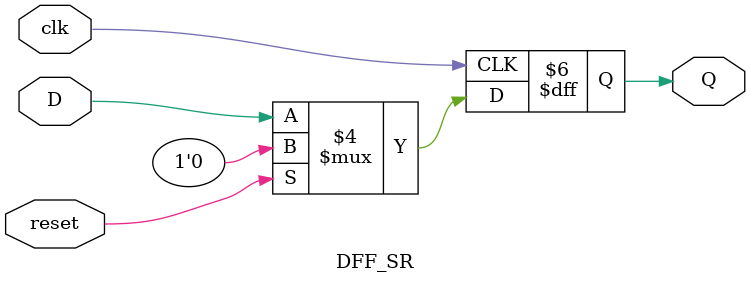
<source format=v>
module DFF_SR(D,clk,reset,Q);
input D; 
input clk; 
input reset; 
output reg Q;  
always @(posedge clk) 
begin
 if(reset==1'b1)
  Q <= 1'b0; 
 else 
  Q <= D; 
end 
endmodule 
</source>
